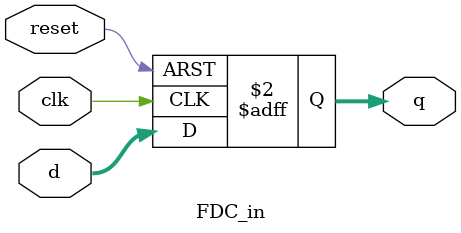
<source format=sv>
module FDC_in
	#(parameter N = 4) 
	(input logic clk,
	 input logic reset,
	 input logic [N-1:0] d,
	 output logic [N-1:0] q);
	
	// asynchronous
	always_ff @(posedge clk, posedge reset)
		if (reset) q <= 1;
		else q <= d;
endmodule
</source>
